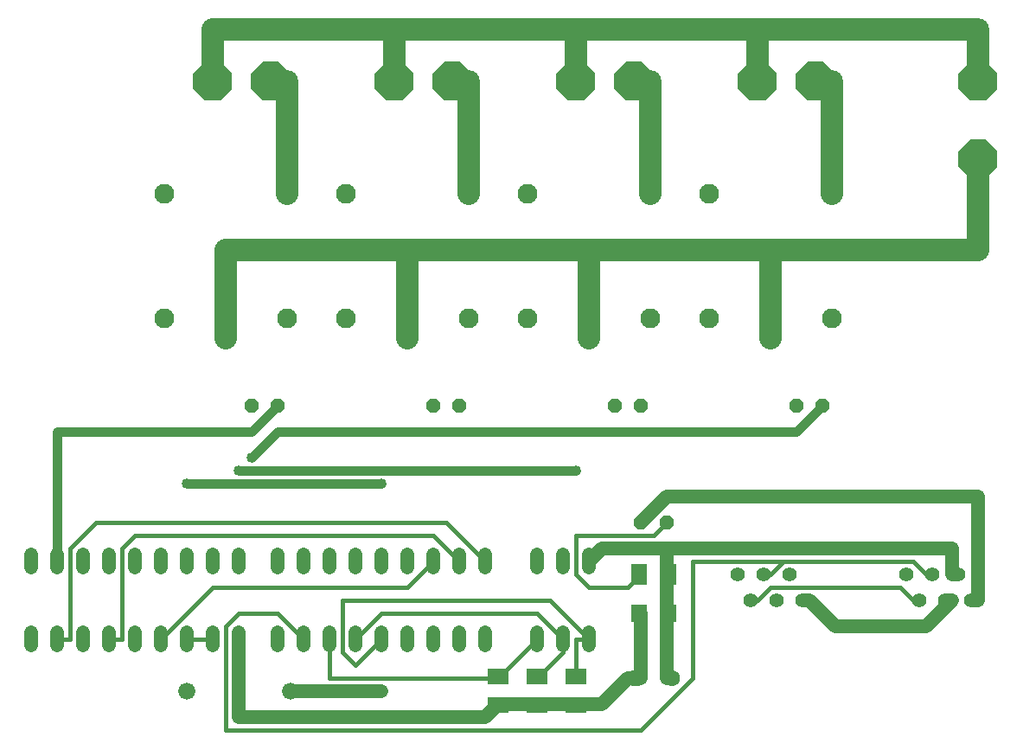
<source format=gbl>
G75*
G70*
%OFA0B0*%
%FSLAX24Y24*%
%IPPOS*%
%LPD*%
%AMOC8*
5,1,8,0,0,1.08239X$1,22.5*
%
%ADD10OC8,0.0520*%
%ADD11C,0.0554*%
%ADD12C,0.0520*%
%ADD13C,0.0660*%
%ADD14R,0.0630X0.0787*%
%ADD15R,0.0787X0.0630*%
%ADD16R,0.0630X0.0709*%
%ADD17OC8,0.0630*%
%ADD18C,0.0630*%
%ADD19C,0.0768*%
%ADD20OC8,0.1500*%
%ADD21C,0.0540*%
%ADD22C,0.0400*%
%ADD23C,0.0360*%
%ADD24C,0.0180*%
%ADD25C,0.0860*%
D10*
X010100Y013204D03*
X011100Y013204D03*
X017100Y013204D03*
X018100Y013204D03*
X024100Y013204D03*
X025100Y013204D03*
X031100Y013204D03*
X032100Y013204D03*
X026100Y008704D03*
X025100Y008704D03*
D11*
X028850Y006704D03*
X029850Y006704D03*
X030850Y006704D03*
X030350Y005704D03*
X029350Y005704D03*
X031350Y005704D03*
X035350Y006704D03*
X036350Y006704D03*
X037350Y006704D03*
X036850Y005704D03*
X035850Y005704D03*
X037850Y005704D03*
D12*
X001600Y004464D02*
X001600Y003944D01*
X002600Y003944D02*
X002600Y004464D01*
X003600Y004464D02*
X003600Y003944D01*
X004600Y003944D02*
X004600Y004464D01*
X005600Y004464D02*
X005600Y003944D01*
X006600Y003944D02*
X006600Y004464D01*
X007600Y004464D02*
X007600Y003944D01*
X008600Y003944D02*
X008600Y004464D01*
X009600Y004464D02*
X009600Y003944D01*
X011100Y003944D02*
X011100Y004464D01*
X012100Y004464D02*
X012100Y003944D01*
X013100Y003944D02*
X013100Y004464D01*
X014100Y004464D02*
X014100Y003944D01*
X015100Y003944D02*
X015100Y004464D01*
X016100Y004464D02*
X016100Y003944D01*
X017100Y003944D02*
X017100Y004464D01*
X018100Y004464D02*
X018100Y003944D01*
X019100Y003944D02*
X019100Y004464D01*
X021100Y004464D02*
X021100Y003944D01*
X022100Y003944D02*
X022100Y004464D01*
X023100Y004464D02*
X023100Y003944D01*
X023100Y006944D02*
X023100Y007464D01*
X022100Y007464D02*
X022100Y006944D01*
X021100Y006944D02*
X021100Y007464D01*
X019100Y007464D02*
X019100Y006944D01*
X018100Y006944D02*
X018100Y007464D01*
X017100Y007464D02*
X017100Y006944D01*
X016100Y006944D02*
X016100Y007464D01*
X015100Y007464D02*
X015100Y006944D01*
X014100Y006944D02*
X014100Y007464D01*
X013100Y007464D02*
X013100Y006944D01*
X012100Y006944D02*
X012100Y007464D01*
X011100Y007464D02*
X011100Y006944D01*
X009600Y006944D02*
X009600Y007464D01*
X008600Y007464D02*
X008600Y006944D01*
X007600Y006944D02*
X007600Y007464D01*
X006600Y007464D02*
X006600Y006944D01*
X005600Y006944D02*
X005600Y007464D01*
X004600Y007464D02*
X004600Y006944D01*
X003600Y006944D02*
X003600Y007464D01*
X002600Y007464D02*
X002600Y006944D01*
X001600Y006944D02*
X001600Y007464D01*
D13*
X007600Y002204D03*
X011600Y002204D03*
D14*
X025049Y006704D03*
X026151Y006704D03*
D15*
X022600Y002755D03*
X022600Y001653D03*
X021100Y001653D03*
X021100Y002755D03*
X019600Y002755D03*
X019600Y001653D03*
D16*
X025049Y005204D03*
X026151Y005204D03*
D17*
X024900Y002704D03*
D18*
X026300Y002704D03*
D19*
X023100Y015779D03*
X020738Y016566D03*
X018462Y016566D03*
X016100Y015779D03*
X013738Y016566D03*
X011462Y016566D03*
X009100Y015779D03*
X006738Y016566D03*
X006738Y021369D03*
X011462Y021369D03*
X013738Y021369D03*
X018462Y021369D03*
X020738Y021369D03*
X025462Y021369D03*
X027738Y021369D03*
X032462Y021369D03*
X032462Y016566D03*
X030100Y015779D03*
X027738Y016566D03*
X025462Y016566D03*
D20*
X024850Y025704D03*
X022600Y025704D03*
X017850Y025704D03*
X015600Y025704D03*
X010850Y025704D03*
X008600Y025704D03*
X029600Y025704D03*
X031850Y025704D03*
X038100Y025704D03*
X038100Y022704D03*
D21*
X038100Y009704D02*
X026100Y009704D01*
X025100Y008704D01*
X026100Y007704D02*
X037100Y007704D01*
X037100Y006704D01*
X037350Y006704D01*
X037100Y005704D02*
X036850Y005704D01*
X037100Y005704D02*
X036100Y004704D01*
X032600Y004704D01*
X031600Y005704D01*
X031350Y005704D01*
X026151Y005204D02*
X026100Y005204D01*
X026100Y002704D01*
X026300Y002704D01*
X025100Y002704D02*
X024900Y002704D01*
X024600Y002704D01*
X023600Y001704D01*
X022600Y001704D01*
X022600Y001653D01*
X022600Y001704D02*
X021100Y001704D01*
X021100Y001653D01*
X021100Y001704D02*
X019600Y001704D01*
X019600Y001653D01*
X019600Y001704D02*
X019100Y001204D01*
X009600Y001204D01*
X009600Y004204D01*
X011600Y002204D02*
X015100Y002204D01*
X023100Y007204D02*
X023600Y007704D01*
X026100Y007704D01*
X026100Y006704D01*
X026151Y006704D01*
X026100Y006704D02*
X026100Y005204D01*
X025100Y005204D02*
X025049Y005204D01*
X025100Y005204D02*
X025100Y002704D01*
X037850Y005704D02*
X038100Y005704D01*
X038100Y009704D01*
D22*
X022600Y010704D03*
X015100Y010204D03*
X010100Y011204D03*
X009600Y010704D03*
X007600Y010204D03*
X015100Y002204D03*
D23*
X015100Y010204D02*
X007600Y010204D01*
X009600Y010704D02*
X022600Y010704D01*
X031100Y012204D02*
X032100Y013204D01*
X031100Y012204D02*
X011100Y012204D01*
X010100Y011204D01*
X010100Y012204D02*
X011100Y013204D01*
X010100Y012204D02*
X002600Y012204D01*
X002600Y007204D01*
D24*
X003100Y007704D02*
X003100Y004204D01*
X002600Y004204D01*
X004600Y004204D02*
X005100Y004204D01*
X005100Y007704D01*
X005600Y008204D01*
X017100Y008204D01*
X018100Y007204D01*
X017100Y007204D02*
X016100Y006204D01*
X008600Y006204D01*
X006600Y004204D01*
X007600Y004204D02*
X008600Y004204D01*
X009100Y004704D02*
X009100Y000704D01*
X025100Y000704D01*
X027100Y002704D01*
X027100Y007204D01*
X030600Y007204D01*
X035600Y007204D01*
X036100Y006704D01*
X036350Y006704D01*
X035850Y005704D02*
X035600Y005704D01*
X035100Y006204D01*
X030100Y006204D01*
X029600Y005704D01*
X029350Y005704D01*
X029850Y006704D02*
X030100Y006704D01*
X030600Y007204D01*
X026100Y008704D02*
X025600Y008204D01*
X022600Y008204D01*
X022600Y006704D01*
X023100Y006204D01*
X024600Y006204D01*
X025100Y006704D01*
X025049Y006704D01*
X023100Y004204D02*
X022600Y004204D01*
X022600Y002755D01*
X022600Y002704D01*
X022100Y003704D02*
X022100Y004204D01*
X021100Y005204D01*
X015100Y005204D01*
X014100Y004204D01*
X013600Y003704D02*
X013600Y005704D01*
X021600Y005704D01*
X023100Y004204D01*
X022100Y003704D02*
X021100Y002704D01*
X021100Y002755D01*
X021100Y004204D02*
X019600Y002704D01*
X019600Y002755D01*
X019600Y002704D02*
X013100Y002704D01*
X013100Y004204D01*
X013600Y003704D02*
X014100Y003204D01*
X015100Y004204D01*
X012100Y004204D02*
X011100Y005204D01*
X009600Y005204D01*
X009100Y004704D01*
X004100Y008704D02*
X003100Y007704D01*
X004100Y008704D02*
X017600Y008704D01*
X019100Y007204D01*
D25*
X016100Y015779D02*
X016100Y019204D01*
X009100Y019204D01*
X009100Y015779D01*
X016100Y019204D02*
X023100Y019204D01*
X023100Y015779D01*
X023100Y019204D02*
X030100Y019204D01*
X030100Y015779D01*
X030100Y019204D02*
X038100Y019204D01*
X038100Y022704D01*
X038100Y025704D02*
X038100Y027704D01*
X029600Y027704D01*
X022600Y027704D01*
X015600Y027704D01*
X008600Y027704D01*
X008600Y025704D01*
X010850Y025704D02*
X011462Y025704D01*
X011462Y021369D01*
X015600Y025704D02*
X015600Y027704D01*
X017850Y025704D02*
X018462Y025704D01*
X018462Y021369D01*
X022600Y025704D02*
X022600Y027704D01*
X024850Y025704D02*
X025462Y025704D01*
X025462Y021369D01*
X029600Y025704D02*
X029600Y027704D01*
X031850Y025704D02*
X032462Y025704D01*
X032462Y021369D01*
M02*

</source>
